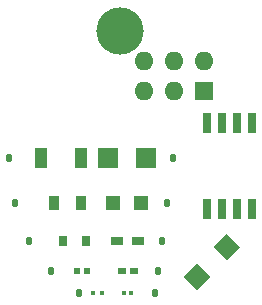
<source format=gts>
G04 #@! TF.FileFunction,Soldermask,Top*
%FSLAX46Y46*%
G04 Gerber Fmt 4.6, Leading zero omitted, Abs format (unit mm)*
G04 Created by KiCad (PCBNEW 4.0.7) date 06/29/18 14:26:30*
%MOMM*%
%LPD*%
G01*
G04 APERTURE LIST*
%ADD10C,0.100000*%
%ADD11C,4.000000*%
%ADD12R,0.400000X0.400000*%
%ADD13R,0.700000X0.600000*%
%ADD14O,1.600000X1.600000*%
%ADD15R,1.600000X1.600000*%
%ADD16R,1.700000X1.800860*%
%ADD17R,1.300000X1.198880*%
%ADD18R,1.000000X0.797560*%
%ADD19R,0.650000X1.700000*%
%ADD20O,0.508000X0.762000*%
%ADD21R,1.100000X1.700000*%
%ADD22R,0.900000X1.300000*%
%ADD23R,0.700000X0.900000*%
%ADD24R,0.600000X0.600000*%
%ADD25R,0.450000X0.430000*%
G04 APERTURE END LIST*
D10*
D11*
X207645000Y-81280000D03*
D12*
X207980000Y-103505000D03*
X208580000Y-103505000D03*
D13*
X207780000Y-101600000D03*
X208780000Y-101600000D03*
D10*
G36*
X216649236Y-98449393D02*
X217780607Y-99580764D01*
X216649236Y-100712135D01*
X215517865Y-99580764D01*
X216649236Y-98449393D01*
X216649236Y-98449393D01*
G37*
G36*
X214134764Y-100963865D02*
X215266135Y-102095236D01*
X214134764Y-103226607D01*
X213003393Y-102095236D01*
X214134764Y-100963865D01*
X214134764Y-100963865D01*
G37*
D14*
X214757000Y-83820000D03*
D15*
X214757000Y-86360000D03*
D14*
X212217000Y-83820000D03*
X212217000Y-86360000D03*
X209677000Y-83820000D03*
X209677000Y-86360000D03*
D16*
X209804000Y-92075000D03*
X206629000Y-92075000D03*
D17*
X209423000Y-95885000D03*
X207010000Y-95885000D03*
D18*
X209169000Y-99060000D03*
X207391000Y-99060000D03*
D19*
X215011000Y-96360000D03*
X216281000Y-96360000D03*
X217551000Y-96360000D03*
X218821000Y-96360000D03*
X218821000Y-89060000D03*
X217551000Y-89060000D03*
X216281000Y-89060000D03*
X215011000Y-89060000D03*
D20*
X212090000Y-92075000D03*
X211582000Y-95885000D03*
X211201000Y-99060000D03*
X210820000Y-101600000D03*
X210566000Y-103505000D03*
X198247000Y-92075000D03*
X198691500Y-95885000D03*
X199898000Y-99060000D03*
X201739500Y-101600000D03*
X204152500Y-103505000D03*
D21*
X204343000Y-92075000D03*
X200914000Y-92075000D03*
D22*
X204343000Y-95885000D03*
X202057000Y-95885000D03*
D23*
X204724000Y-99060000D03*
X202819000Y-99060000D03*
D24*
X204870000Y-101600000D03*
X203970000Y-101600000D03*
D25*
X206140000Y-103505000D03*
X205340000Y-103505000D03*
M02*

</source>
